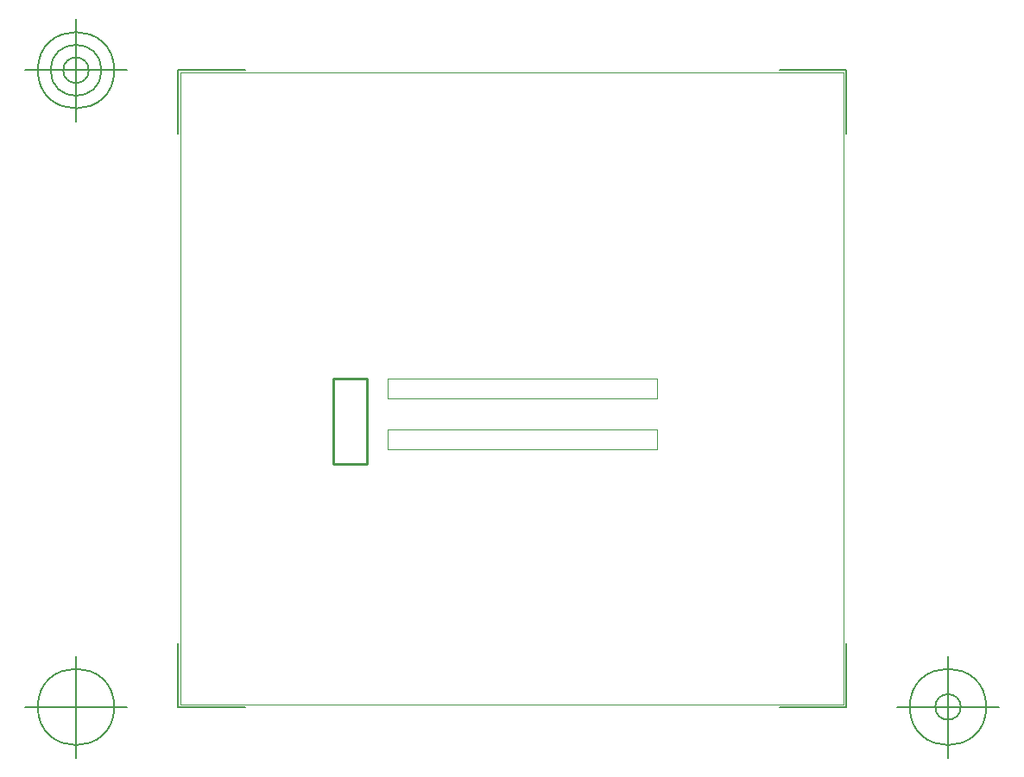
<source format=gbr>
G04 Generated by Ultiboard 14.0 *
%FSLAX34Y34*%
%MOMM*%

%ADD11C,0.0010*%
%ADD12C,0.2540*%
%ADD13C,0.1270*%


G04 ColorRGB 00FFFF for the following layer *
%LNBoard Outline*%
%LPD*%
G54D10*
G54D11*
X467360Y270000D02*
X467360Y250000D01*
X203200Y250000D01*
X203200Y270000D01*
X467360Y270000D01*
X203200Y300000D02*
X203200Y320000D01*
X467360Y320000D01*
X467360Y300000D01*
X203200Y300000D01*
X0Y0D02*
X650000Y0D01*
X650000Y620000D01*
X0Y620000D01*
X0Y0D01*
G54D12*
X180340Y320040D02*
X149860Y320040D01*
X149860Y236220D01*
X182880Y236220D01*
X182880Y320040D01*
X180340Y320040D01*
G54D13*
X-2540Y-2540D02*
X-2540Y59968D01*
X-2540Y-2540D02*
X62968Y-2540D01*
X652540Y-2540D02*
X587032Y-2540D01*
X652540Y-2540D02*
X652540Y59968D01*
X652540Y622540D02*
X652540Y560032D01*
X652540Y622540D02*
X587032Y622540D01*
X-2540Y622540D02*
X62968Y622540D01*
X-2540Y622540D02*
X-2540Y560032D01*
X-52540Y-2540D02*
X-152540Y-2540D01*
X-102540Y-52540D02*
X-102540Y47460D01*
X-140040Y-2540D02*
G75*
D01*
G02X-140040Y-2540I37500J0*
G01*
X702540Y-2540D02*
X802540Y-2540D01*
X752540Y-52540D02*
X752540Y47460D01*
X715040Y-2540D02*
G75*
D01*
G02X715040Y-2540I37500J0*
G01*
X740040Y-2540D02*
G75*
D01*
G02X740040Y-2540I12500J0*
G01*
X-52540Y622540D02*
X-152540Y622540D01*
X-102540Y572540D02*
X-102540Y672540D01*
X-140040Y622540D02*
G75*
D01*
G02X-140040Y622540I37500J0*
G01*
X-127540Y622540D02*
G75*
D01*
G02X-127540Y622540I25000J0*
G01*
X-115040Y622540D02*
G75*
D01*
G02X-115040Y622540I12500J0*
G01*

M02*

</source>
